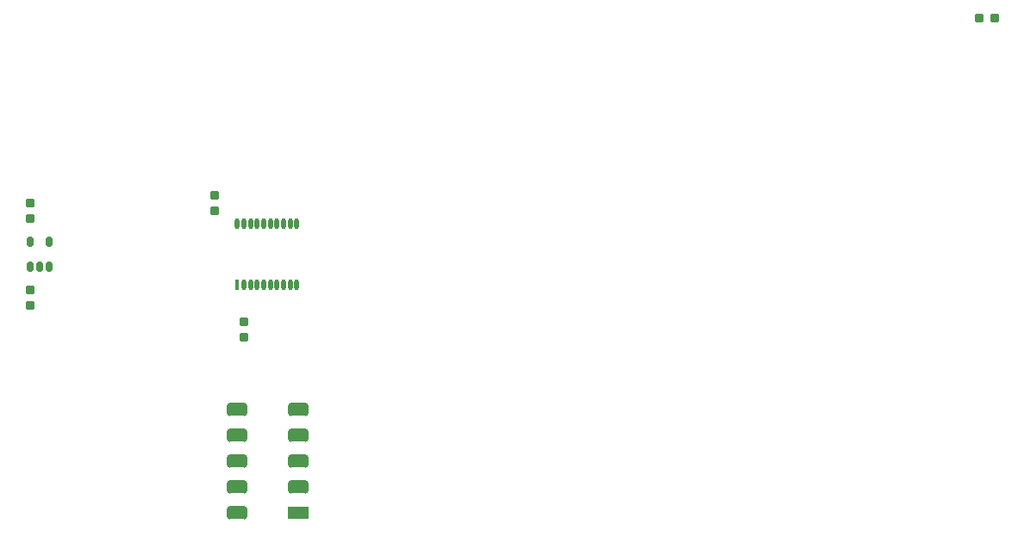
<source format=gtp>
%FSLAX23Y23*%
%MOIN*%
G70*
G01*
G75*
G04 Layer_Color=8421504*
G04:AMPARAMS|DCode=10|XSize=50mil|YSize=80mil|CornerRadius=13mil|HoleSize=0mil|Usage=FLASHONLY|Rotation=90.000|XOffset=0mil|YOffset=0mil|HoleType=Round|Shape=RoundedRectangle|*
%AMROUNDEDRECTD10*
21,1,0.050,0.055,0,0,90.0*
21,1,0.025,0.080,0,0,90.0*
1,1,0.025,0.028,0.013*
1,1,0.025,0.028,-0.013*
1,1,0.025,-0.028,-0.013*
1,1,0.025,-0.028,0.013*
%
%ADD10ROUNDEDRECTD10*%
%ADD11R,0.080X0.050*%
%ADD12O,0.018X0.041*%
%ADD13R,0.018X0.041*%
G04:AMPARAMS|DCode=14|XSize=35mil|YSize=35mil|CornerRadius=5mil|HoleSize=0mil|Usage=FLASHONLY|Rotation=0.000|XOffset=0mil|YOffset=0mil|HoleType=Round|Shape=RoundedRectangle|*
%AMROUNDEDRECTD14*
21,1,0.035,0.025,0,0,0.0*
21,1,0.025,0.035,0,0,0.0*
1,1,0.011,0.012,-0.012*
1,1,0.011,-0.012,-0.012*
1,1,0.011,-0.012,0.012*
1,1,0.011,0.012,0.012*
%
%ADD14ROUNDEDRECTD14*%
G04:AMPARAMS|DCode=15|XSize=35mil|YSize=35mil|CornerRadius=5mil|HoleSize=0mil|Usage=FLASHONLY|Rotation=90.000|XOffset=0mil|YOffset=0mil|HoleType=Round|Shape=RoundedRectangle|*
%AMROUNDEDRECTD15*
21,1,0.035,0.025,0,0,90.0*
21,1,0.025,0.035,0,0,90.0*
1,1,0.011,0.012,0.012*
1,1,0.011,0.012,-0.012*
1,1,0.011,-0.012,-0.012*
1,1,0.011,-0.012,0.012*
%
%ADD15ROUNDEDRECTD15*%
G04:AMPARAMS|DCode=16|XSize=24mil|YSize=39mil|CornerRadius=6mil|HoleSize=0mil|Usage=FLASHONLY|Rotation=0.000|XOffset=0mil|YOffset=0mil|HoleType=Round|Shape=RoundedRectangle|*
%AMROUNDEDRECTD16*
21,1,0.024,0.028,0,0,0.0*
21,1,0.012,0.039,0,0,0.0*
1,1,0.012,0.006,-0.014*
1,1,0.012,-0.006,-0.014*
1,1,0.012,-0.006,0.014*
1,1,0.012,0.006,0.014*
%
%ADD16ROUNDEDRECTD16*%
%ADD17C,0.010*%
%ADD18C,0.015*%
%ADD19C,0.079*%
%ADD20C,0.065*%
%ADD21C,0.260*%
%ADD22C,0.059*%
%ADD23R,0.059X0.059*%
%ADD24C,0.050*%
%ADD25C,0.008*%
%ADD26C,0.005*%
D10*
X3365Y3280D02*
D03*
Y3380D02*
D03*
Y3480D02*
D03*
Y3580D02*
D03*
Y3680D02*
D03*
X3600D02*
D03*
Y3580D02*
D03*
Y3480D02*
D03*
Y3380D02*
D03*
D11*
Y3280D02*
D03*
D12*
X3493Y4398D02*
D03*
X3467D02*
D03*
X3442D02*
D03*
X3416D02*
D03*
X3390D02*
D03*
X3365D02*
D03*
X3518D02*
D03*
X3544D02*
D03*
X3570D02*
D03*
X3595D02*
D03*
Y4162D02*
D03*
X3570D02*
D03*
X3544D02*
D03*
X3518D02*
D03*
X3493D02*
D03*
X3467D02*
D03*
X3442D02*
D03*
X3416D02*
D03*
X3390D02*
D03*
D13*
X3365D02*
D03*
D14*
X3277Y4508D02*
D03*
Y4448D02*
D03*
X3390Y3958D02*
D03*
Y4018D02*
D03*
X2563Y4479D02*
D03*
Y4419D02*
D03*
Y4082D02*
D03*
Y4142D02*
D03*
D15*
X6233Y5196D02*
D03*
X6293D02*
D03*
D16*
X2563Y4329D02*
D03*
X2637D02*
D03*
Y4231D02*
D03*
X2600Y4231D02*
D03*
X2563Y4231D02*
D03*
M02*

</source>
